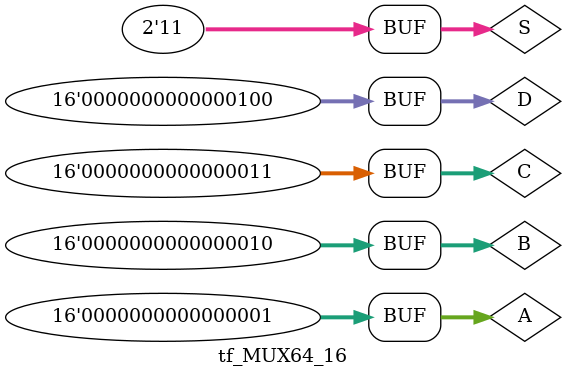
<source format=v>
`timescale 1ns / 1ps


module tf_MUX64_16;

	// Inputs
	reg [15:0] A;
	reg [15:0] B;
	reg [15:0] C;
	reg [15:0] D;
	reg [1:0] S;

	// Outputs
	wire [15:0] DO;

	// Instantiate the Unit Under Test (UUT)
	MUX64_16 uut (
		.A(A), 
		.DO(DO), 
		.B(B), 
		.C(C), 
		.D(D), 
		.S(S)
	);

	initial begin
		// Initialize Inputs
		A = 1;
		B = 2;
		C = 3;
		D = 4;
		S = 0;

		// Wait 100 ns for global reset to finish
		#100;
		S = 0;
		#20;
		S = 1;
		#20;
		S = 2;
		#20;
		S = 3;
        
		// Add stimulus here

	end
      
endmodule


</source>
